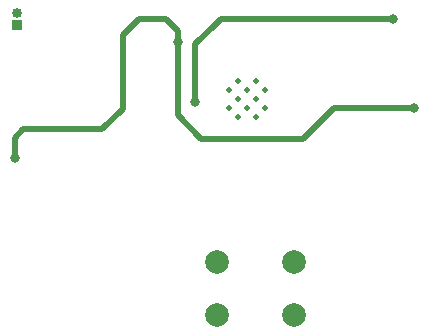
<source format=gbr>
%TF.GenerationSoftware,KiCad,Pcbnew,(6.0.10)*%
%TF.CreationDate,2023-02-02T13:59:13+08:00*%
%TF.ProjectId,AlarmTag,416c6172-6d54-4616-972e-6b696361645f,rev?*%
%TF.SameCoordinates,Original*%
%TF.FileFunction,Copper,L2,Bot*%
%TF.FilePolarity,Positive*%
%FSLAX46Y46*%
G04 Gerber Fmt 4.6, Leading zero omitted, Abs format (unit mm)*
G04 Created by KiCad (PCBNEW (6.0.10)) date 2023-02-02 13:59:13*
%MOMM*%
%LPD*%
G01*
G04 APERTURE LIST*
%TA.AperFunction,HeatsinkPad*%
%ADD10C,0.475000*%
%TD*%
%TA.AperFunction,ComponentPad*%
%ADD11C,2.000000*%
%TD*%
%TA.AperFunction,ComponentPad*%
%ADD12R,0.850000X0.850000*%
%TD*%
%TA.AperFunction,ComponentPad*%
%ADD13O,0.850000X0.850000*%
%TD*%
%TA.AperFunction,ViaPad*%
%ADD14C,0.800000*%
%TD*%
%TA.AperFunction,Conductor*%
%ADD15C,0.500000*%
%TD*%
G04 APERTURE END LIST*
D10*
%TO.P,MCU1,39,GND*%
%TO.N,GND*%
X118185000Y-116782500D03*
X118947500Y-117545000D03*
X118947500Y-114495000D03*
X118947500Y-116020000D03*
X118185000Y-115257500D03*
X120472500Y-117545000D03*
X119710000Y-116782500D03*
X121235000Y-115257500D03*
X121235000Y-116782500D03*
X119710000Y-115257500D03*
X120472500Y-116020000D03*
X120472500Y-114495000D03*
%TD*%
D11*
%TO.P,SW1,1,1*%
%TO.N,Net-(R6-Pad1)*%
X123697167Y-134330000D03*
X117197167Y-134330000D03*
%TO.P,SW1,2,2*%
%TO.N,GND*%
X123697167Y-129830000D03*
X117197167Y-129830000D03*
%TD*%
D12*
%TO.P,J0,1,Pin_1*%
%TO.N,+3V3*%
X100240871Y-109763693D03*
D13*
%TO.P,J0,2,Pin_2*%
%TO.N,GND*%
X100240871Y-108763693D03*
%TD*%
D14*
%TO.N,Net-(C2-Pad2)*%
X113834958Y-111213341D03*
X133810745Y-116782553D03*
X100057303Y-121030245D03*
%TO.N,/Buzzer Enable*%
X132080000Y-109220000D03*
X115330644Y-116288370D03*
%TD*%
D15*
%TO.N,Net-(C2-Pad2)*%
X124460000Y-119380000D02*
X125732500Y-118107500D01*
X113834958Y-111213341D02*
X113834958Y-110271353D01*
X115848484Y-119380000D02*
X124460000Y-119380000D01*
X127057447Y-116782553D02*
X133810745Y-116782553D01*
X113834958Y-111213341D02*
X113834958Y-117366474D01*
X112824993Y-109261388D02*
X110588477Y-109261388D01*
X113834958Y-117366474D02*
X115848484Y-119380000D01*
X125732500Y-118107500D02*
X127057447Y-116782553D01*
X113834958Y-110271353D02*
X112824993Y-109261388D01*
X107460161Y-118599839D02*
X100762072Y-118599839D01*
X100057303Y-119304608D02*
X100057303Y-121030245D01*
X109220000Y-116840000D02*
X107460161Y-118599839D01*
X100762072Y-118599839D02*
X100057303Y-119304608D01*
X110588477Y-109261388D02*
X109220000Y-110629865D01*
X109220000Y-110629865D02*
X109220000Y-116840000D01*
%TO.N,/Buzzer Enable*%
X117052207Y-109643740D02*
X117475947Y-109220000D01*
X115330644Y-111365303D02*
X117052207Y-109643740D01*
X117475947Y-109220000D02*
X132080000Y-109220000D01*
X115330644Y-116288370D02*
X115330644Y-111365303D01*
%TD*%
M02*

</source>
